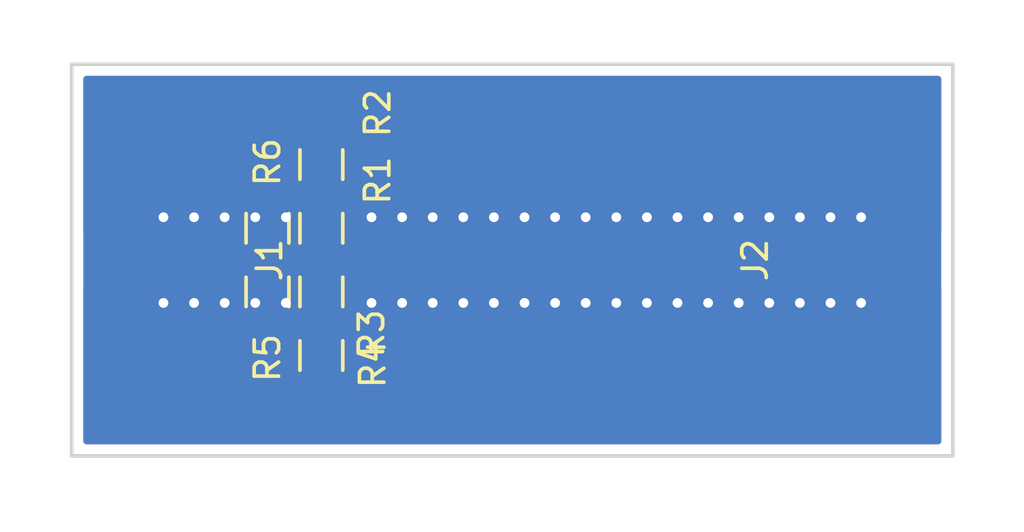
<source format=kicad_pcb>
(kicad_pcb (version 4) (host pcbnew 4.0.5-e0-6337~49~ubuntu16.04.1)

  (general
    (links 16)
    (no_connects 5)
    (area 138.945 87.7 181.155 109.7)
    (thickness 1.6)
    (drawings 4)
    (tracks 69)
    (zones 0)
    (modules 8)
    (nets 5)
  )

  (page A4)
  (layers
    (0 F.Cu signal)
    (31 B.Cu signal)
    (32 B.Adhes user)
    (33 F.Adhes user)
    (34 B.Paste user)
    (35 F.Paste user)
    (36 B.SilkS user)
    (37 F.SilkS user)
    (38 B.Mask user)
    (39 F.Mask user)
    (40 Dwgs.User user)
    (41 Cmts.User user)
    (42 Eco1.User user)
    (43 Eco2.User user)
    (44 Edge.Cuts user)
    (45 Margin user)
    (46 B.CrtYd user)
    (47 F.CrtYd user)
    (48 B.Fab user)
    (49 F.Fab user)
  )

  (setup
    (last_trace_width 0.25)
    (user_trace_width 2)
    (trace_clearance 0.2)
    (zone_clearance 0.4)
    (zone_45_only no)
    (trace_min 0.2)
    (segment_width 0.2)
    (edge_width 0.15)
    (via_size 0.6)
    (via_drill 0.4)
    (via_min_size 0.4)
    (via_min_drill 0.3)
    (user_via 0.5 0.3)
    (uvia_size 0.3)
    (uvia_drill 0.1)
    (uvias_allowed no)
    (uvia_min_size 0.2)
    (uvia_min_drill 0.1)
    (pcb_text_width 0.3)
    (pcb_text_size 1.5 1.5)
    (mod_edge_width 0.15)
    (mod_text_size 1 1)
    (mod_text_width 0.15)
    (pad_size 1.524 1.524)
    (pad_drill 0.762)
    (pad_to_mask_clearance 0.2)
    (aux_axis_origin 0 0)
    (visible_elements FFFFFF7F)
    (pcbplotparams
      (layerselection 0x00030_80000001)
      (usegerberextensions false)
      (excludeedgelayer true)
      (linewidth 0.100000)
      (plotframeref false)
      (viasonmask false)
      (mode 1)
      (useauxorigin false)
      (hpglpennumber 1)
      (hpglpenspeed 20)
      (hpglpendiameter 15)
      (hpglpenoverlay 2)
      (psnegative false)
      (psa4output false)
      (plotreference true)
      (plotvalue true)
      (plotinvisibletext false)
      (padsonsilk false)
      (subtractmaskfromsilk false)
      (outputformat 1)
      (mirror false)
      (drillshape 1)
      (scaleselection 1)
      (outputdirectory ""))
  )

  (net 0 "")
  (net 1 "Net-(J1-Pad2)")
  (net 2 GND)
  (net 3 "Net-(R1-Pad2)")
  (net 4 "Net-(R3-Pad2)")

  (net_class Default "This is the default net class."
    (clearance 0.2)
    (trace_width 0.25)
    (via_dia 0.6)
    (via_drill 0.4)
    (uvia_dia 0.3)
    (uvia_drill 0.1)
    (add_net GND)
    (add_net "Net-(J1-Pad2)")
    (add_net "Net-(R1-Pad2)")
    (add_net "Net-(R3-Pad2)")
  )

  (module Resistors_SMD:R_0805 (layer F.Cu) (tedit 58307B54) (tstamp 585DEDD2)
    (at 152.2 98.7 90)
    (descr "Resistor SMD 0805, reflow soldering, Vishay (see dcrcw.pdf)")
    (tags "resistor 0805")
    (path /585C4997)
    (attr smd)
    (fp_text reference R1 (at 1.95 2.3 90) (layer F.SilkS)
      (effects (font (size 1 1) (thickness 0.15)))
    )
    (fp_text value R (at 7.45 -0.2 90) (layer F.Fab)
      (effects (font (size 1 1) (thickness 0.15)))
    )
    (fp_line (start -1 0.625) (end -1 -0.625) (layer F.Fab) (width 0.1))
    (fp_line (start 1 0.625) (end -1 0.625) (layer F.Fab) (width 0.1))
    (fp_line (start 1 -0.625) (end 1 0.625) (layer F.Fab) (width 0.1))
    (fp_line (start -1 -0.625) (end 1 -0.625) (layer F.Fab) (width 0.1))
    (fp_line (start -1.6 -1) (end 1.6 -1) (layer F.CrtYd) (width 0.05))
    (fp_line (start -1.6 1) (end 1.6 1) (layer F.CrtYd) (width 0.05))
    (fp_line (start -1.6 -1) (end -1.6 1) (layer F.CrtYd) (width 0.05))
    (fp_line (start 1.6 -1) (end 1.6 1) (layer F.CrtYd) (width 0.05))
    (fp_line (start 0.6 0.875) (end -0.6 0.875) (layer F.SilkS) (width 0.15))
    (fp_line (start -0.6 -0.875) (end 0.6 -0.875) (layer F.SilkS) (width 0.15))
    (pad 1 smd rect (at -0.95 0 90) (size 0.7 1.3) (layers F.Cu F.Paste F.Mask)
      (net 1 "Net-(J1-Pad2)"))
    (pad 2 smd rect (at 0.95 0 90) (size 0.7 1.3) (layers F.Cu F.Paste F.Mask)
      (net 3 "Net-(R1-Pad2)"))
    (model Resistors_SMD.3dshapes/R_0805.wrl
      (at (xyz 0 0 0))
      (scale (xyz 1 1 1))
      (rotate (xyz 0 0 0))
    )
  )

  (module Resistors_SMD:R_0805 (layer F.Cu) (tedit 58307B54) (tstamp 585DEDE2)
    (at 152.2 96.1 90)
    (descr "Resistor SMD 0805, reflow soldering, Vishay (see dcrcw.pdf)")
    (tags "resistor 0805")
    (path /585C4887)
    (attr smd)
    (fp_text reference R2 (at 2.1 2.3 90) (layer F.SilkS)
      (effects (font (size 1 1) (thickness 0.15)))
    )
    (fp_text value R (at 6.1 -0.2 90) (layer F.Fab)
      (effects (font (size 1 1) (thickness 0.15)))
    )
    (fp_line (start -1 0.625) (end -1 -0.625) (layer F.Fab) (width 0.1))
    (fp_line (start 1 0.625) (end -1 0.625) (layer F.Fab) (width 0.1))
    (fp_line (start 1 -0.625) (end 1 0.625) (layer F.Fab) (width 0.1))
    (fp_line (start -1 -0.625) (end 1 -0.625) (layer F.Fab) (width 0.1))
    (fp_line (start -1.6 -1) (end 1.6 -1) (layer F.CrtYd) (width 0.05))
    (fp_line (start -1.6 1) (end 1.6 1) (layer F.CrtYd) (width 0.05))
    (fp_line (start -1.6 -1) (end -1.6 1) (layer F.CrtYd) (width 0.05))
    (fp_line (start 1.6 -1) (end 1.6 1) (layer F.CrtYd) (width 0.05))
    (fp_line (start 0.6 0.875) (end -0.6 0.875) (layer F.SilkS) (width 0.15))
    (fp_line (start -0.6 -0.875) (end 0.6 -0.875) (layer F.SilkS) (width 0.15))
    (pad 1 smd rect (at -0.95 0 90) (size 0.7 1.3) (layers F.Cu F.Paste F.Mask)
      (net 3 "Net-(R1-Pad2)"))
    (pad 2 smd rect (at 0.95 0 90) (size 0.7 1.3) (layers F.Cu F.Paste F.Mask)
      (net 2 GND))
    (model Resistors_SMD.3dshapes/R_0805.wrl
      (at (xyz 0 0 0))
      (scale (xyz 1 1 1))
      (rotate (xyz 0 0 0))
    )
  )

  (module Resistors_SMD:R_0805 (layer F.Cu) (tedit 58307B54) (tstamp 585DEDF2)
    (at 152.2 101.3 270)
    (descr "Resistor SMD 0805, reflow soldering, Vishay (see dcrcw.pdf)")
    (tags "resistor 0805")
    (path /585C49C8)
    (attr smd)
    (fp_text reference R3 (at 1.7 -2.05 270) (layer F.SilkS)
      (effects (font (size 1 1) (thickness 0.15)))
    )
    (fp_text value R (at -7.7 0 270) (layer F.Fab)
      (effects (font (size 1 1) (thickness 0.15)))
    )
    (fp_line (start -1 0.625) (end -1 -0.625) (layer F.Fab) (width 0.1))
    (fp_line (start 1 0.625) (end -1 0.625) (layer F.Fab) (width 0.1))
    (fp_line (start 1 -0.625) (end 1 0.625) (layer F.Fab) (width 0.1))
    (fp_line (start -1 -0.625) (end 1 -0.625) (layer F.Fab) (width 0.1))
    (fp_line (start -1.6 -1) (end 1.6 -1) (layer F.CrtYd) (width 0.05))
    (fp_line (start -1.6 1) (end 1.6 1) (layer F.CrtYd) (width 0.05))
    (fp_line (start -1.6 -1) (end -1.6 1) (layer F.CrtYd) (width 0.05))
    (fp_line (start 1.6 -1) (end 1.6 1) (layer F.CrtYd) (width 0.05))
    (fp_line (start 0.6 0.875) (end -0.6 0.875) (layer F.SilkS) (width 0.15))
    (fp_line (start -0.6 -0.875) (end 0.6 -0.875) (layer F.SilkS) (width 0.15))
    (pad 1 smd rect (at -0.95 0 270) (size 0.7 1.3) (layers F.Cu F.Paste F.Mask)
      (net 1 "Net-(J1-Pad2)"))
    (pad 2 smd rect (at 0.95 0 270) (size 0.7 1.3) (layers F.Cu F.Paste F.Mask)
      (net 4 "Net-(R3-Pad2)"))
    (model Resistors_SMD.3dshapes/R_0805.wrl
      (at (xyz 0 0 0))
      (scale (xyz 1 1 1))
      (rotate (xyz 0 0 0))
    )
  )

  (module Resistors_SMD:R_0805 (layer F.Cu) (tedit 58307B54) (tstamp 585DEE02)
    (at 152.2 103.9 270)
    (descr "Resistor SMD 0805, reflow soldering, Vishay (see dcrcw.pdf)")
    (tags "resistor 0805")
    (path /585C48F6)
    (attr smd)
    (fp_text reference R4 (at 0.35 -2.1 270) (layer F.SilkS)
      (effects (font (size 1 1) (thickness 0.15)))
    )
    (fp_text value R (at 6.6 0 270) (layer F.Fab)
      (effects (font (size 1 1) (thickness 0.15)))
    )
    (fp_line (start -1 0.625) (end -1 -0.625) (layer F.Fab) (width 0.1))
    (fp_line (start 1 0.625) (end -1 0.625) (layer F.Fab) (width 0.1))
    (fp_line (start 1 -0.625) (end 1 0.625) (layer F.Fab) (width 0.1))
    (fp_line (start -1 -0.625) (end 1 -0.625) (layer F.Fab) (width 0.1))
    (fp_line (start -1.6 -1) (end 1.6 -1) (layer F.CrtYd) (width 0.05))
    (fp_line (start -1.6 1) (end 1.6 1) (layer F.CrtYd) (width 0.05))
    (fp_line (start -1.6 -1) (end -1.6 1) (layer F.CrtYd) (width 0.05))
    (fp_line (start 1.6 -1) (end 1.6 1) (layer F.CrtYd) (width 0.05))
    (fp_line (start 0.6 0.875) (end -0.6 0.875) (layer F.SilkS) (width 0.15))
    (fp_line (start -0.6 -0.875) (end 0.6 -0.875) (layer F.SilkS) (width 0.15))
    (pad 1 smd rect (at -0.95 0 270) (size 0.7 1.3) (layers F.Cu F.Paste F.Mask)
      (net 4 "Net-(R3-Pad2)"))
    (pad 2 smd rect (at 0.95 0 270) (size 0.7 1.3) (layers F.Cu F.Paste F.Mask)
      (net 2 GND))
    (model Resistors_SMD.3dshapes/R_0805.wrl
      (at (xyz 0 0 0))
      (scale (xyz 1 1 1))
      (rotate (xyz 0 0 0))
    )
  )

  (module Resistors_SMD:R_0805 (layer F.Cu) (tedit 58307B54) (tstamp 585DEE12)
    (at 150 101.3 270)
    (descr "Resistor SMD 0805, reflow soldering, Vishay (see dcrcw.pdf)")
    (tags "resistor 0805")
    (path /585C4941)
    (attr smd)
    (fp_text reference R5 (at 2.7 0 270) (layer F.SilkS)
      (effects (font (size 1 1) (thickness 0.15)))
    )
    (fp_text value R (at 6.8 0.2 270) (layer F.Fab)
      (effects (font (size 1 1) (thickness 0.15)))
    )
    (fp_line (start -1 0.625) (end -1 -0.625) (layer F.Fab) (width 0.1))
    (fp_line (start 1 0.625) (end -1 0.625) (layer F.Fab) (width 0.1))
    (fp_line (start 1 -0.625) (end 1 0.625) (layer F.Fab) (width 0.1))
    (fp_line (start -1 -0.625) (end 1 -0.625) (layer F.Fab) (width 0.1))
    (fp_line (start -1.6 -1) (end 1.6 -1) (layer F.CrtYd) (width 0.05))
    (fp_line (start -1.6 1) (end 1.6 1) (layer F.CrtYd) (width 0.05))
    (fp_line (start -1.6 -1) (end -1.6 1) (layer F.CrtYd) (width 0.05))
    (fp_line (start 1.6 -1) (end 1.6 1) (layer F.CrtYd) (width 0.05))
    (fp_line (start 0.6 0.875) (end -0.6 0.875) (layer F.SilkS) (width 0.15))
    (fp_line (start -0.6 -0.875) (end 0.6 -0.875) (layer F.SilkS) (width 0.15))
    (pad 1 smd rect (at -0.95 0 270) (size 0.7 1.3) (layers F.Cu F.Paste F.Mask)
      (net 1 "Net-(J1-Pad2)"))
    (pad 2 smd rect (at 0.95 0 270) (size 0.7 1.3) (layers F.Cu F.Paste F.Mask)
      (net 2 GND))
    (model Resistors_SMD.3dshapes/R_0805.wrl
      (at (xyz 0 0 0))
      (scale (xyz 1 1 1))
      (rotate (xyz 0 0 0))
    )
  )

  (module Resistors_SMD:R_0805 (layer F.Cu) (tedit 58307B54) (tstamp 585DEE22)
    (at 150 98.7 90)
    (descr "Resistor SMD 0805, reflow soldering, Vishay (see dcrcw.pdf)")
    (tags "resistor 0805")
    (path /585C4968)
    (attr smd)
    (fp_text reference R6 (at 2.7 0 90) (layer F.SilkS)
      (effects (font (size 1 1) (thickness 0.15)))
    )
    (fp_text value R (at 7.7 0 90) (layer F.Fab)
      (effects (font (size 1 1) (thickness 0.15)))
    )
    (fp_line (start -1 0.625) (end -1 -0.625) (layer F.Fab) (width 0.1))
    (fp_line (start 1 0.625) (end -1 0.625) (layer F.Fab) (width 0.1))
    (fp_line (start 1 -0.625) (end 1 0.625) (layer F.Fab) (width 0.1))
    (fp_line (start -1 -0.625) (end 1 -0.625) (layer F.Fab) (width 0.1))
    (fp_line (start -1.6 -1) (end 1.6 -1) (layer F.CrtYd) (width 0.05))
    (fp_line (start -1.6 1) (end 1.6 1) (layer F.CrtYd) (width 0.05))
    (fp_line (start -1.6 -1) (end -1.6 1) (layer F.CrtYd) (width 0.05))
    (fp_line (start 1.6 -1) (end 1.6 1) (layer F.CrtYd) (width 0.05))
    (fp_line (start 0.6 0.875) (end -0.6 0.875) (layer F.SilkS) (width 0.15))
    (fp_line (start -0.6 -0.875) (end 0.6 -0.875) (layer F.SilkS) (width 0.15))
    (pad 1 smd rect (at -0.95 0 90) (size 0.7 1.3) (layers F.Cu F.Paste F.Mask)
      (net 1 "Net-(J1-Pad2)"))
    (pad 2 smd rect (at 0.95 0 90) (size 0.7 1.3) (layers F.Cu F.Paste F.Mask)
      (net 2 GND))
    (model Resistors_SMD.3dshapes/R_0805.wrl
      (at (xyz 0 0 0))
      (scale (xyz 1 1 1))
      (rotate (xyz 0 0 0))
    )
  )

  (module SquantorConnectors:coax_edge_1.5_center_5_side (layer F.Cu) (tedit 58602713) (tstamp 585F39B0)
    (at 175 100 90)
    (path /585C50CD)
    (fp_text reference J2 (at 0 -5.08 90) (layer F.SilkS)
      (effects (font (size 1 1) (thickness 0.15)))
    )
    (fp_text value Coax (at 0 5.08 90) (layer F.Fab)
      (effects (font (size 1 1) (thickness 0.15)))
    )
    (pad 2 smd rect (at 0 0 90) (size 1.5 4.25) (layers F.Cu F.Paste F.Mask)
      (net 1 "Net-(J1-Pad2)"))
    (pad 1 smd rect (at -4.52 0 90) (size 5 4.25) (layers F.Cu F.Paste F.Mask)
      (net 2 GND))
    (pad 1 smd rect (at 4.52 0 90) (size 5 4.25) (layers F.Cu F.Paste F.Mask)
      (net 2 GND))
    (pad 1 smd rect (at 0 0 90) (size 9.04 4.25) (layers B.Cu B.Paste B.Mask)
      (net 2 GND))
  )

  (module SquantorConnectors:coax_edge_1.5_center_5_side (layer F.Cu) (tedit 58602713) (tstamp 585F39A8)
    (at 145 100 270)
    (path /585C5050)
    (fp_text reference J1 (at 0 -5.08 270) (layer F.SilkS)
      (effects (font (size 1 1) (thickness 0.15)))
    )
    (fp_text value Coax (at 0 5.08 270) (layer F.Fab)
      (effects (font (size 1 1) (thickness 0.15)))
    )
    (pad 2 smd rect (at 0 0 270) (size 1.5 4.25) (layers F.Cu F.Paste F.Mask)
      (net 1 "Net-(J1-Pad2)"))
    (pad 1 smd rect (at -4.52 0 270) (size 5 4.25) (layers F.Cu F.Paste F.Mask)
      (net 2 GND))
    (pad 1 smd rect (at 4.52 0 270) (size 5 4.25) (layers F.Cu F.Paste F.Mask)
      (net 2 GND))
    (pad 1 smd rect (at 0 0 270) (size 9.04 4.25) (layers B.Cu B.Paste B.Mask)
      (net 2 GND))
  )

  (gr_line (start 142 108) (end 142 92) (layer Edge.Cuts) (width 0.15))
  (gr_line (start 178 108) (end 142 108) (layer Edge.Cuts) (width 0.15))
  (gr_line (start 178 92) (end 178 108) (layer Edge.Cuts) (width 0.15))
  (gr_line (start 142 92) (end 178 92) (layer Edge.Cuts) (width 0.15))

  (segment (start 152.2 99.65) (end 149.05 99.65) (width 0.25) (layer F.Cu) (net 1))
  (segment (start 149.05 99.65) (end 148.7 100) (width 0.25) (layer F.Cu) (net 1))
  (segment (start 150 100.35) (end 149.05 100.35) (width 0.25) (layer F.Cu) (net 1))
  (segment (start 149.05 100.35) (end 148.7 100) (width 0.25) (layer F.Cu) (net 1))
  (segment (start 150 100.35) (end 150 99.65) (width 0.25) (layer F.Cu) (net 1))
  (segment (start 152.2 100.35) (end 152.2 99.65) (width 0.25) (layer F.Cu) (net 1))
  (segment (start 152.2 100.35) (end 150.1 100.35) (width 0.25) (layer F.Cu) (net 1))
  (segment (start 150.1 100.35) (end 149.75 100) (width 0.25) (layer F.Cu) (net 1))
  (segment (start 149.75 100) (end 148.7 100) (width 0.25) (layer F.Cu) (net 1))
  (segment (start 150 99.65) (end 149.05 99.65) (width 0.25) (layer F.Cu) (net 1))
  (segment (start 150 100.35) (end 152.2 100.35) (width 0.25) (layer F.Cu) (net 1))
  (segment (start 150 99.65) (end 145.35 99.65) (width 0.25) (layer F.Cu) (net 1))
  (segment (start 145.35 99.65) (end 145 100) (width 0.25) (layer F.Cu) (net 1))
  (segment (start 145 100) (end 148.7 100) (width 2) (layer F.Cu) (net 1))
  (segment (start 148.7 100) (end 175 100) (width 2) (layer F.Cu) (net 1))
  (via (at 145.75 101.75) (size 0.6) (drill 0.4) (layers F.Cu B.Cu) (net 2) (tstamp 5862068C))
  (via (at 145.75 98.25) (size 0.6) (drill 0.4) (layers F.Cu B.Cu) (net 2) (tstamp 5862068B))
  (via (at 150.75 101.75) (size 0.6) (drill 0.4) (layers F.Cu B.Cu) (net 2) (tstamp 5862068A))
  (via (at 149.5 101.75) (size 0.6) (drill 0.4) (layers F.Cu B.Cu) (net 2) (tstamp 58620689))
  (via (at 150.75 98.25) (size 0.6) (drill 0.4) (layers F.Cu B.Cu) (net 2) (tstamp 58620675))
  (via (at 149.5 98.25) (size 0.6) (drill 0.4) (layers F.Cu B.Cu) (net 2) (tstamp 5862066C))
  (via (at 147 101.75) (size 0.6) (drill 0.4) (layers F.Cu B.Cu) (net 2) (tstamp 58620660))
  (via (at 147 98.25) (size 0.6) (drill 0.4) (layers F.Cu B.Cu) (net 2) (tstamp 5862065F))
  (via (at 154.25 98.25) (size 0.6) (drill 0.4) (layers F.Cu B.Cu) (net 2) (tstamp 5862065E))
  (via (at 155.5 98.25) (size 0.6) (drill 0.4) (layers F.Cu B.Cu) (net 2) (tstamp 5862065D))
  (via (at 156.75 98.25) (size 0.6) (drill 0.4) (layers F.Cu B.Cu) (net 2) (tstamp 5862065C))
  (via (at 158 98.25) (size 0.6) (drill 0.4) (layers F.Cu B.Cu) (net 2) (tstamp 5862065B))
  (via (at 159.25 98.25) (size 0.6) (drill 0.4) (layers F.Cu B.Cu) (net 2) (tstamp 5862065A))
  (via (at 160.5 98.25) (size 0.6) (drill 0.4) (layers F.Cu B.Cu) (net 2) (tstamp 58620659))
  (via (at 161.75 98.25) (size 0.6) (drill 0.4) (layers F.Cu B.Cu) (net 2) (tstamp 58620658))
  (via (at 163 98.25) (size 0.6) (drill 0.4) (layers F.Cu B.Cu) (net 2) (tstamp 58620654))
  (via (at 164.25 98.25) (size 0.6) (drill 0.4) (layers F.Cu B.Cu) (net 2) (tstamp 58620653))
  (via (at 165.5 98.25) (size 0.6) (drill 0.4) (layers F.Cu B.Cu) (net 2) (tstamp 58620652))
  (via (at 166.75 98.25) (size 0.6) (drill 0.4) (layers F.Cu B.Cu) (net 2) (tstamp 58620651))
  (via (at 168 98.25) (size 0.6) (drill 0.4) (layers F.Cu B.Cu) (net 2) (tstamp 58620650))
  (via (at 169.25 98.25) (size 0.6) (drill 0.4) (layers F.Cu B.Cu) (net 2) (tstamp 5862064F))
  (via (at 170.5 98.25) (size 0.6) (drill 0.4) (layers F.Cu B.Cu) (net 2) (tstamp 5862064E))
  (via (at 171.75 98.25) (size 0.6) (drill 0.4) (layers F.Cu B.Cu) (net 2) (tstamp 5862064D))
  (via (at 173 98.25) (size 0.6) (drill 0.4) (layers F.Cu B.Cu) (net 2) (tstamp 5862064C))
  (via (at 174.25 98.25) (size 0.6) (drill 0.4) (layers F.Cu B.Cu) (net 2) (tstamp 5862064B))
  (via (at 174.25 101.75) (size 0.6) (drill 0.4) (layers F.Cu B.Cu) (net 2) (tstamp 5862064A))
  (via (at 173 101.75) (size 0.6) (drill 0.4) (layers F.Cu B.Cu) (net 2) (tstamp 58620649))
  (via (at 171.75 101.75) (size 0.6) (drill 0.4) (layers F.Cu B.Cu) (net 2) (tstamp 58620648))
  (via (at 170.5 101.75) (size 0.6) (drill 0.4) (layers F.Cu B.Cu) (net 2) (tstamp 58620647))
  (via (at 169.25 101.75) (size 0.6) (drill 0.4) (layers F.Cu B.Cu) (net 2) (tstamp 58620646))
  (via (at 168 101.75) (size 0.6) (drill 0.4) (layers F.Cu B.Cu) (net 2) (tstamp 58620645))
  (via (at 166.75 101.75) (size 0.6) (drill 0.4) (layers F.Cu B.Cu) (net 2) (tstamp 58620644))
  (via (at 165.5 101.75) (size 0.6) (drill 0.4) (layers F.Cu B.Cu) (net 2) (tstamp 58620643))
  (via (at 164.25 101.75) (size 0.6) (drill 0.4) (layers F.Cu B.Cu) (net 2) (tstamp 58620642))
  (via (at 163 101.75) (size 0.6) (drill 0.4) (layers F.Cu B.Cu) (net 2) (tstamp 58620641))
  (via (at 161.75 101.75) (size 0.6) (drill 0.4) (layers F.Cu B.Cu) (net 2) (tstamp 58620640))
  (via (at 160.5 101.75) (size 0.6) (drill 0.4) (layers F.Cu B.Cu) (net 2) (tstamp 5862063F))
  (via (at 159.25 101.75) (size 0.6) (drill 0.4) (layers F.Cu B.Cu) (net 2) (tstamp 5862063D))
  (via (at 158 101.75) (size 0.6) (drill 0.4) (layers F.Cu B.Cu) (net 2) (tstamp 5862063C))
  (via (at 156.75 101.75) (size 0.6) (drill 0.4) (layers F.Cu B.Cu) (net 2) (tstamp 5862063B))
  (via (at 155.5 101.75) (size 0.6) (drill 0.4) (layers F.Cu B.Cu) (net 2) (tstamp 5862063A))
  (via (at 154.25 101.75) (size 0.6) (drill 0.4) (layers F.Cu B.Cu) (net 2) (tstamp 58620639))
  (via (at 148.25 101.75) (size 0.6) (drill 0.4) (layers F.Cu B.Cu) (net 2) (tstamp 58620638))
  (via (at 148.25 98.25) (size 0.6) (drill 0.4) (layers F.Cu B.Cu) (net 2) (tstamp 58620637))
  (segment (start 152.2 104.85) (end 151.9 104.85) (width 0.25) (layer F.Cu) (net 2))
  (segment (start 151.9 104.85) (end 150 102.95) (width 0.25) (layer F.Cu) (net 2))
  (segment (start 150 102.95) (end 150 102.85) (width 0.25) (layer F.Cu) (net 2))
  (segment (start 150 102.85) (end 150 102.25) (width 0.25) (layer F.Cu) (net 2))
  (segment (start 152.2 95.15) (end 151.9 95.15) (width 0.25) (layer F.Cu) (net 2))
  (segment (start 151.9 95.15) (end 150 97.05) (width 0.25) (layer F.Cu) (net 2))
  (segment (start 150 97.05) (end 150 97.15) (width 0.25) (layer F.Cu) (net 2))
  (segment (start 150 97.15) (end 150 97.75) (width 0.25) (layer F.Cu) (net 2))
  (segment (start 152.2 97.75) (end 152.2 97.05) (width 0.25) (layer F.Cu) (net 3))
  (segment (start 152.2 102.95) (end 152.2 102.25) (width 0.25) (layer F.Cu) (net 4))

  (zone (net 2) (net_name GND) (layer F.Cu) (tstamp 0) (hatch edge 0.508)
    (connect_pads yes (clearance 0.4))
    (min_thickness 0.254)
    (fill yes (arc_segments 16) (thermal_gap 0.508) (thermal_bridge_width 0.508))
    (polygon
      (pts
        (xy 142 92) (xy 178 92) (xy 178 108) (xy 142 108)
      )
    )
    (filled_polygon
      (pts
        (xy 177.398 107.398) (xy 142.602 107.398) (xy 142.602 101.201294) (xy 142.665951 101.24499) (xy 142.875 101.287324)
        (xy 144.230901 101.287324) (xy 144.415642 101.410764) (xy 145 101.527) (xy 151.167033 101.527) (xy 151.05501 101.690951)
        (xy 151.012676 101.9) (xy 151.012676 103.3) (xy 151.049423 103.495294) (xy 151.164842 103.67466) (xy 151.340951 103.79499)
        (xy 151.55 103.837324) (xy 152.85 103.837324) (xy 153.045294 103.800577) (xy 153.22466 103.685158) (xy 153.34499 103.509049)
        (xy 153.387324 103.3) (xy 153.387324 101.9) (xy 153.350577 101.704706) (xy 153.236226 101.527) (xy 175 101.527)
        (xy 175.584358 101.410764) (xy 175.769099 101.287324) (xy 177.125 101.287324) (xy 177.320294 101.250577) (xy 177.398 101.200574)
      )
    )
    (filled_polygon
      (pts
        (xy 177.398 98.798706) (xy 177.334049 98.75501) (xy 177.125 98.712676) (xy 175.769099 98.712676) (xy 175.584358 98.589236)
        (xy 175 98.473) (xy 153.232967 98.473) (xy 153.34499 98.309049) (xy 153.387324 98.1) (xy 153.387324 96.7)
        (xy 153.350577 96.504706) (xy 153.235158 96.32534) (xy 153.059049 96.20501) (xy 152.85 96.162676) (xy 151.55 96.162676)
        (xy 151.354706 96.199423) (xy 151.17534 96.314842) (xy 151.05501 96.490951) (xy 151.012676 96.7) (xy 151.012676 98.1)
        (xy 151.049423 98.295294) (xy 151.163774 98.473) (xy 145 98.473) (xy 144.415642 98.589236) (xy 144.230901 98.712676)
        (xy 142.875 98.712676) (xy 142.679706 98.749423) (xy 142.602 98.799426) (xy 142.602 92.602) (xy 177.398 92.602)
      )
    )
  )
  (zone (net 2) (net_name GND) (layer B.Cu) (tstamp 0) (hatch edge 0.508)
    (connect_pads yes (clearance 0.4))
    (min_thickness 0.254)
    (fill yes (arc_segments 16) (thermal_gap 0.508) (thermal_bridge_width 0.508))
    (polygon
      (pts
        (xy 142 92) (xy 178 92) (xy 178 108) (xy 142 108)
      )
    )
    (filled_polygon
      (pts
        (xy 177.398 107.398) (xy 142.602 107.398) (xy 142.602 92.602) (xy 177.398 92.602)
      )
    )
  )
  (zone (net 2) (net_name GND) (layer F.Mask) (tstamp 0) (hatch edge 0.508)
    (connect_pads yes (clearance 0.4))
    (min_thickness 0.254)
    (fill yes (arc_segments 16) (thermal_gap 0.508) (thermal_bridge_width 0.508))
    (polygon
      (pts
        (xy 172.7 98.8) (xy 147.3 98.8) (xy 147.3 101.2) (xy 172.7 101.2)
      )
    )
    (filled_polygon
      (pts
        (xy 172.573 101.073) (xy 147.427 101.073) (xy 147.427 98.927) (xy 172.573 98.927)
      )
    )
  )
)

</source>
